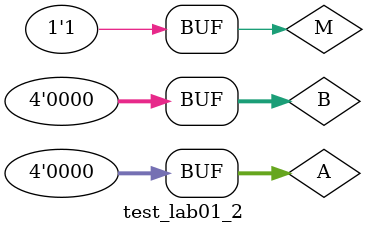
<source format=v>
`timescale 1ns / 1ps

// self testbench
module test_lab01_2();
wire [3:0]S;
wire V;
reg [3:0]A;
reg [3:0]B;
reg M;
    
    
lab01_2 U0(.a(A), .b(B), .m(M), .v(V), .s(S));
    initial
    begin
        A = 0;B = 0;
        repeat(256)
        begin
    
            #1 M = 0;
            #1 M = 1;
            
    
            if (B == 4'b1111) begin
                B = 0;
                A = A+1;
            end else 
                B = B + 1;
    
        end
        
    
    end
endmodule

</source>
